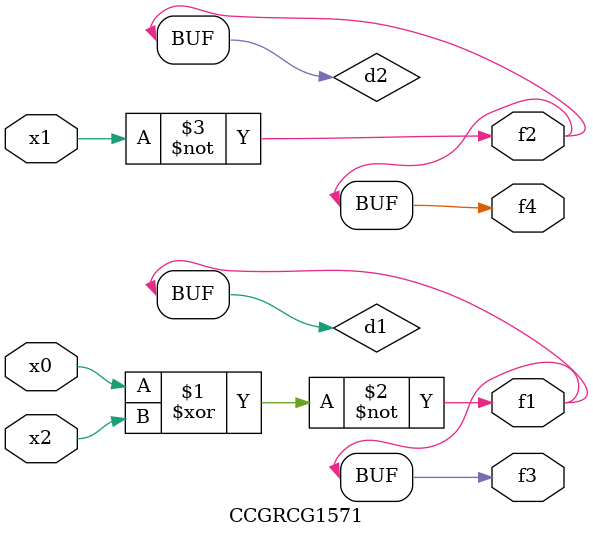
<source format=v>
module CCGRCG1571(
	input x0, x1, x2,
	output f1, f2, f3, f4
);

	wire d1, d2, d3;

	xnor (d1, x0, x2);
	nand (d2, x1);
	nor (d3, x1, x2);
	assign f1 = d1;
	assign f2 = d2;
	assign f3 = d1;
	assign f4 = d2;
endmodule

</source>
